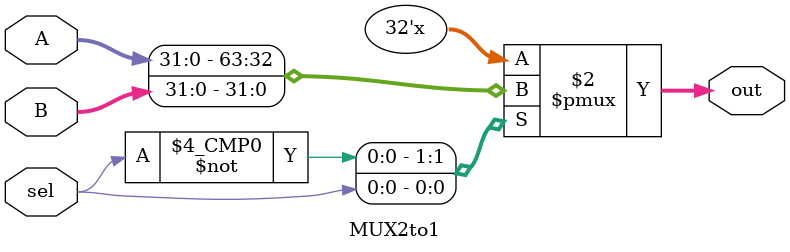
<source format=sv>
module MUX2to1 (
    input wire [31:0] A,
    input wire [31:0] B,
    input wire  sel,
    output reg [31:0] out
);
    always@(*) begin
        case(sel)
            1'b0: out = A;
            1'b1: out = B;
            default: out = 32'b0; // Default case to avoid latches
        endcase
    end
endmodule
</source>
